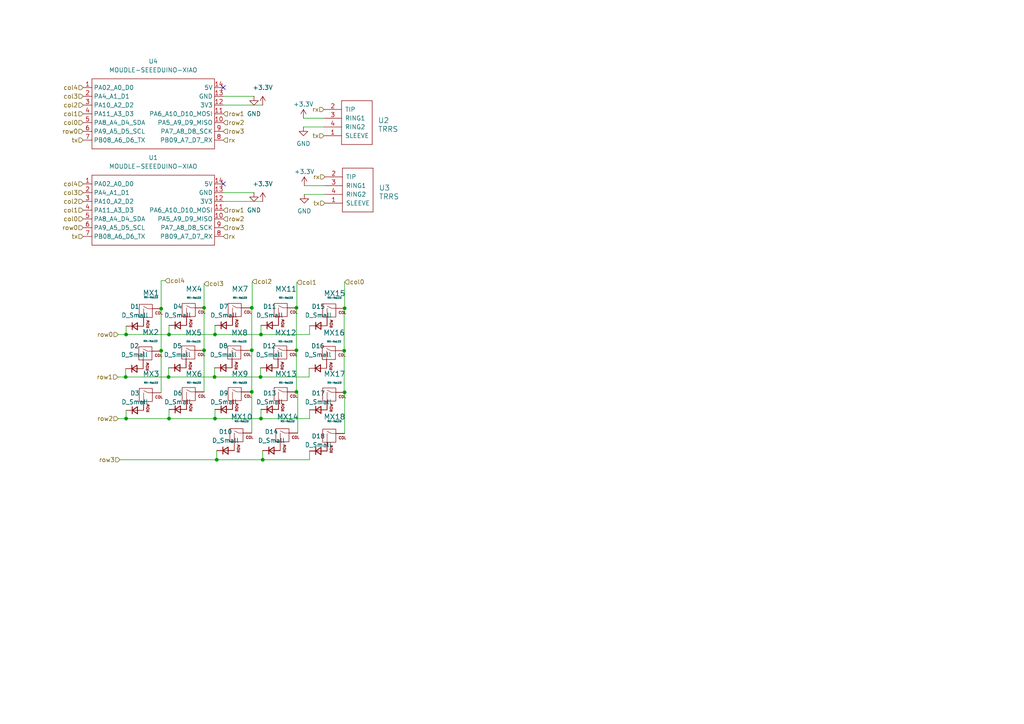
<source format=kicad_sch>
(kicad_sch (version 20231120) (generator "eeschema") (generator_version "8.0")
  (paper "A4")
  (lib_symbols
    (symbol "+3.3V_1" (power) (pin_numbers hide) (pin_names (offset 0) hide)
      (property "Value" "+3.3V" (at 0 3.556 0))
      (symbol "+3.3V_1_0_1"
        (polyline (pts (xy -0.762 1.27) (xy 0 2.54)))
        (polyline (pts (xy 0 0) (xy 0 2.54)))
        (polyline (pts (xy 0 2.54) (xy 0.762 1.27)))
      )
      (symbol "+3.3V_1_1_1"
        (pin power_in line (at 0 0 90) (length 0) (name "~") (number "1"))
      )
    )
    (symbol "Device:D_Small" (pin_numbers hide) (pin_names (offset 0.254) hide)
      (property "Reference" "D" (at -1.27 2.032 0))
      (property "Value" "D_Small" (at -3.81 -2.032 0))
      (symbol "D_Small_0_1"
        (polyline (pts (xy -0.762 -1.016) (xy -0.762 1.016)) (stroke (width 0.254)))
        (polyline (pts (xy -0.762 0) (xy 0.762 0)))
        (polyline (pts (xy 0.762 -1.016) (xy -0.762 0) (xy 0.762 1.016) (xy 0.762 -1.016)) (stroke (width 0.254)))
      )
      (symbol "D_Small_1_1"
        (pin passive line (at -2.54 0 0) (length 1.778) (name "K") (number "1"))
        (pin passive line (at 2.54 0 180) (length 1.778) (name "A") (number "2"))
      )
    )
    (symbol "GND_1" (power) (pin_numbers hide) (pin_names (offset 0) hide)
      (property "Value" "GND" (at 0 -3.81 0))
      (symbol "GND_1_0_1"
        (polyline (pts (xy 0 0) (xy 0 -1.27) (xy 1.27 -1.27) (xy 0 -2.54) (xy -1.27 -1.27) (xy 0 -1.27)))
      )
      (symbol "GND_1_1_1"
        (pin power_in line (at 0 0 270) (length 0) (name "~") (number "1"))
      )
    )
    (symbol "MOUDLE-SEEEDUINO-XIAO:MOUDLE-SEEEDUINO-XIAO"
      (property "Reference" "U" (at -16.51 11.43 0))
      (property "Value" "MOUDLE-SEEEDUINO-XIAO" (at -3.81 -11.43 0))
      (symbol "MOUDLE-SEEEDUINO-XIAO_0_1"
        (rectangle (start -16.51 10.16) (end 19.05 -10.16))
      )
      (symbol "MOUDLE-SEEEDUINO-XIAO_1_1"
        (pin passive line (at -19.05 7.62 0) (length 2.54) (name "PA02_A0_D0") (number "1"))
        (pin passive line (at 21.59 -2.54 180) (length 2.54) (name "PA5_A9_D9_MISO") (number "10"))
        (pin passive line (at 21.59 0 180) (length 2.54) (name "PA6_A10_D10_MOSI") (number "11"))
        (pin passive line (at 21.59 2.54 180) (length 2.54) (name "3V3") (number "12"))
        (pin passive line (at 21.59 5.08 180) (length 2.54) (name "GND") (number "13"))
        (pin passive line (at 21.59 7.62 180) (length 2.54) (name "5V") (number "14"))
        (pin passive line (at -19.05 5.08 0) (length 2.54) (name "PA4_A1_D1") (number "2"))
        (pin passive line (at -19.05 2.54 0) (length 2.54) (name "PA10_A2_D2") (number "3"))
        (pin passive line (at -19.05 0 0) (length 2.54) (name "PA11_A3_D3") (number "4"))
        (pin passive line (at -19.05 -2.54 0) (length 2.54) (name "PA8_A4_D4_SDA") (number "5"))
        (pin passive line (at -19.05 -5.08 0) (length 2.54) (name "PA9_A5_D5_SCL") (number "6"))
        (pin passive line (at -19.05 -7.62 0) (length 2.54) (name "PB08_A6_D6_TX") (number "7"))
        (pin passive line (at 21.59 -7.62 180) (length 2.54) (name "PB09_A7_D7_RX") (number "8"))
        (pin passive line (at 21.59 -5.08 180) (length 2.54) (name "PA7_A8_D8_SCK") (number "9"))
      )
    )
    (symbol "MX_Alps_Hybrid:MX-NoLED" (pin_names (offset 1.016))
      (property "Reference" "MX" (at -0.635 3.81 0))
      (property "Value" "MX-NoLED" (at -0.635 1.27 0))
      (symbol "MX-NoLED_0_0"
        (rectangle (start -2.54 2.54) (end 1.27 -1.27))
        (polyline (pts (xy -1.27 -1.27) (xy -1.27 1.27)) (stroke (width 0.127)))
        (polyline (pts (xy 1.27 1.27) (xy 0 1.27) (xy -1.27 1.905)) (stroke (width 0.127)))
        (text "COL" (at 3.175 0 0) (effects (font (size 0.762 0.762))))
        (text "ROW" (at 0 -1.905 900) (effects (font (size 0.762 0.762)) (justify right)))
      )
      (symbol "MX-NoLED_1_1"
        (pin passive line (at 3.81 1.27 180) (length 2.54) (name "COL") (number "1"))
        (pin passive line (at -1.27 -3.81 90) (length 2.54) (name "ROW") (number "2"))
      )
    )
    (symbol "power:+3.3V" (power) (pin_names (offset 0))
      (property "Value" "+3.3V" (at 0 3.556 0))
      (symbol "+3.3V_0_1"
        (polyline (pts (xy -0.762 1.27) (xy 0 2.54)))
        (polyline (pts (xy 0 0) (xy 0 2.54)))
        (polyline (pts (xy 0 2.54) (xy 0.762 1.27)))
      )
      (symbol "+3.3V_1_1"
        (pin power_in line (at 0 0 90) (length 0) hide (name "+3.3V") (number "1"))
      )
    )
    (symbol "power:GND" (power) (pin_names (offset 0))
      (property "Value" "GND" (at 0 -3.81 0))
      (symbol "GND_0_1"
        (polyline (pts (xy 0 0) (xy 0 -1.27) (xy 1.27 -1.27) (xy 0 -2.54) (xy -1.27 -1.27) (xy 0 -1.27)))
      )
      (symbol "GND_1_1"
        (pin power_in line (at 0 0 270) (length 0) hide (name "GND") (number "1"))
      )
    )
    (symbol "random_keyboard_parts:TRRS" (pin_names (offset 1.016))
      (property "Reference" "U" (at 0 15.24 0))
      (property "Value" "TRRS" (at 0 -2.54 0))
      (symbol "TRRS_0_1"
        (rectangle (start -3.81 0) (end -3.81 12.7))
        (rectangle (start -3.81 12.7) (end 5.08 12.7))
        (rectangle (start 5.08 0) (end -3.81 0))
        (rectangle (start 5.08 12.7) (end 5.08 0))
      )
      (symbol "TRRS_1_1"
        (pin input line (at -8.89 2.54 0) (length 5.08) (name "SLEEVE") (number "1"))
        (pin input line (at -8.89 10.16 0) (length 5.08) (name "TIP") (number "2"))
        (pin input line (at -8.89 7.62 0) (length 5.08) (name "RING1") (number "3"))
        (pin input line (at -8.89 5.08 0) (length 5.08) (name "RING2") (number "4"))
      )
    )
  )
  (junction (at 36.576 121.412))
  (junction (at 73.025 89.281))
  (junction (at 62.865 133.35))
  (junction (at 62.357 121.412))
  (junction (at 99.949 113.792))
  (junction (at 99.949 89.408))
  (junction (at 59.182 101.6))
  (junction (at 62.357 97.028))
  (junction (at 62.23 109.347))
  (junction (at 85.979 113.665))
  (junction (at 76.2 133.35))
  (junction (at 59.182 89.281))
  (junction (at 73.025 113.665))
  (junction (at 49.022 97.028))
  (junction (at 99.822 101.727))
  (junction (at 73.025 101.6))
  (junction (at 36.449 109.347))
  (junction (at 75.565 109.347))
  (junction (at 85.979 101.6))
  (junction (at 36.576 97.028))
  (junction (at 75.692 121.412))
  (junction (at 49.022 121.412))
  (junction (at 46.736 101.727))
  (junction (at 48.895 109.347))
  (junction (at 75.692 97.028))
  (junction (at 46.736 89.535))
  (junction (at 85.979 89.281))
  (no_connect (at 64.77 53.34))
  (no_connect (at 64.77 25.4))
  (wire (pts (xy 88.011 36.83) (xy 93.98 36.83)))
  (wire (pts (xy 36.576 97.028) (xy 36.576 94.615)))
  (wire (pts (xy 48.895 109.347) (xy 62.23 109.347)))
  (wire (pts (xy 62.357 118.745) (xy 62.357 121.412)))
  (wire (pts (xy 76.2 30.48) (xy 64.77 30.48)))
  (wire (pts (xy 36.576 97.028) (xy 49.022 97.028)))
  (wire (pts (xy 49.022 121.412) (xy 62.357 121.412)))
  (wire (pts (xy 85.979 89.281) (xy 85.979 101.6)))
  (wire (pts (xy 99.822 113.792) (xy 99.949 113.792)))
  (wire (pts (xy 85.979 113.665) (xy 85.979 101.6)))
  (wire (pts (xy 88.265 53.848) (xy 94.234 53.848)))
  (wire (pts (xy 75.692 94.361) (xy 75.692 97.028)))
  (wire (pts (xy 73.025 113.665) (xy 72.517 113.665)))
  (wire (pts (xy 75.692 121.412) (xy 89.789 121.412)))
  (wire (pts (xy 76.2 58.42) (xy 64.77 58.42)))
  (wire (pts (xy 46.609 101.854) (xy 46.609 101.727)))
  (wire (pts (xy 62.23 106.68) (xy 62.23 109.347)))
  (wire (pts (xy 62.23 109.347) (xy 75.565 109.347)))
  (wire (pts (xy 76.2 133.35) (xy 89.789 133.35)))
  (wire (pts (xy 72.39 101.6) (xy 73.025 101.6)))
  (wire (pts (xy 46.609 101.727) (xy 46.736 101.727)))
  (wire (pts (xy 88.011 34.29) (xy 93.98 34.29)))
  (wire (pts (xy 62.357 121.412) (xy 75.692 121.412)))
  (wire (pts (xy 62.357 97.028) (xy 75.692 97.028)))
  (wire (pts (xy 36.449 109.347) (xy 48.895 109.347)))
  (wire (pts (xy 46.736 89.535) (xy 46.736 101.727)))
  (wire (pts (xy 86.36 113.665) (xy 85.979 113.665)))
  (wire (pts (xy 75.692 118.745) (xy 75.692 121.412)))
  (wire (pts (xy 75.565 109.347) (xy 89.662 109.347)))
  (wire (pts (xy 49.022 94.361) (xy 49.022 97.028)))
  (wire (pts (xy 73.66 27.94) (xy 64.77 27.94)))
  (wire (pts (xy 76.2 130.683) (xy 76.2 133.35)))
  (wire (pts (xy 47.879 81.407) (xy 46.736 81.407)))
  (wire (pts (xy 85.979 101.6) (xy 85.725 101.6)))
  (wire (pts (xy 99.949 81.788) (xy 99.949 89.408)))
  (wire (pts (xy 85.852 89.281) (xy 85.979 89.281)))
  (wire (pts (xy 73.025 101.6) (xy 73.025 89.281)))
  (wire (pts (xy 36.449 109.347) (xy 36.449 106.934)))
  (wire (pts (xy 99.822 101.727) (xy 99.822 113.792)))
  (wire (pts (xy 62.865 130.683) (xy 62.865 133.35)))
  (wire (pts (xy 48.895 106.68) (xy 48.895 109.347)))
  (wire (pts (xy 85.979 113.665) (xy 85.852 113.665)))
  (wire (pts (xy 86.36 125.603) (xy 86.36 113.665)))
  (wire (pts (xy 73.025 125.603) (xy 73.025 113.665)))
  (wire (pts (xy 89.662 106.807) (xy 89.662 109.347)))
  (wire (pts (xy 89.789 94.488) (xy 89.789 97.028)))
  (wire (pts (xy 49.022 97.028) (xy 62.357 97.028)))
  (wire (pts (xy 62.357 94.361) (xy 62.357 97.028)))
  (wire (pts (xy 73.152 81.661) (xy 73.152 89.281)))
  (wire (pts (xy 73.025 113.665) (xy 73.025 101.6)))
  (wire (pts (xy 86.106 81.915) (xy 86.106 89.281)))
  (wire (pts (xy 89.789 130.81) (xy 89.789 133.35)))
  (wire (pts (xy 34.163 109.347) (xy 36.449 109.347)))
  (wire (pts (xy 99.949 125.73) (xy 99.949 113.792)))
  (wire (pts (xy 59.055 101.6) (xy 59.182 101.6)))
  (wire (pts (xy 34.29 97.028) (xy 36.576 97.028)))
  (wire (pts (xy 49.022 118.745) (xy 49.022 121.412)))
  (wire (pts (xy 46.736 81.407) (xy 46.736 89.535)))
  (wire (pts (xy 99.822 89.408) (xy 99.822 101.727)))
  (wire (pts (xy 46.736 101.727) (xy 46.736 113.919)))
  (wire (pts (xy 59.182 89.281) (xy 59.182 101.6)))
  (wire (pts (xy 59.182 101.6) (xy 59.182 113.665)))
  (wire (pts (xy 75.565 106.68) (xy 75.565 109.347)))
  (wire (pts (xy 73.152 89.281) (xy 73.025 89.281)))
  (wire (pts (xy 72.517 89.281) (xy 73.025 89.281)))
  (wire (pts (xy 73.66 55.88) (xy 64.77 55.88)))
  (wire (pts (xy 59.182 82.296) (xy 59.182 89.281)))
  (wire (pts (xy 36.576 121.412) (xy 49.022 121.412)))
  (wire (pts (xy 99.949 89.408) (xy 99.822 89.408)))
  (wire (pts (xy 75.692 97.028) (xy 89.789 97.028)))
  (wire (pts (xy 88.265 56.388) (xy 94.234 56.388)))
  (wire (pts (xy 34.798 133.35) (xy 62.865 133.35)))
  (wire (pts (xy 34.29 121.412) (xy 36.576 121.412)))
  (wire (pts (xy 89.789 118.872) (xy 89.789 121.412)))
  (wire (pts (xy 62.865 133.35) (xy 76.2 133.35)))
  (wire (pts (xy 86.106 89.281) (xy 85.979 89.281)))
  (wire (pts (xy 36.576 121.412) (xy 36.576 118.999)))
  (hierarchical_label "tx" (shape input) (at 93.98 39.37 180))
  (hierarchical_label "col4" (shape input) (at 24.13 25.4 180))
  (hierarchical_label "row3" (shape input) (at 64.77 38.1 0))
  (hierarchical_label "col2" (shape input) (at 24.13 58.42 180))
  (hierarchical_label "col2" (shape input) (at 73.152 81.661 0))
  (hierarchical_label "row3" (shape input) (at 64.77 66.04 0))
  (hierarchical_label "col3" (shape input) (at 24.13 55.88 180))
  (hierarchical_label "col1" (shape input) (at 24.13 60.96 180))
  (hierarchical_label "rx" (shape input) (at 94.234 51.308 180))
  (hierarchical_label "col3" (shape input) (at 24.13 27.94 180))
  (hierarchical_label "col4" (shape input) (at 47.879 81.407 0))
  (hierarchical_label "tx" (shape input) (at 24.13 68.58 180))
  (hierarchical_label "tx" (shape input) (at 94.234 58.928 180))
  (hierarchical_label "row0" (shape input) (at 24.13 38.1 180))
  (hierarchical_label "col0" (shape input) (at 24.13 35.56 180))
  (hierarchical_label "col1" (shape input) (at 86.106 81.915 0))
  (hierarchical_label "tx" (shape input) (at 24.13 40.64 180))
  (hierarchical_label "row1" (shape input) (at 64.77 33.02 0))
  (hierarchical_label "row2" (shape input) (at 34.29 121.412 180))
  (hierarchical_label "row2" (shape input) (at 64.77 63.5 0))
  (hierarchical_label "col0" (shape input) (at 99.949 81.788 0))
  (hierarchical_label "col2" (shape input) (at 24.13 30.48 180))
  (hierarchical_label "row1" (shape input) (at 64.77 60.96 0))
  (hierarchical_label "row0" (shape input) (at 34.29 97.028 180))
  (hierarchical_label "row1" (shape input) (at 34.163 109.347 180))
  (hierarchical_label "rx" (shape input) (at 64.77 68.58 0))
  (hierarchical_label "row3" (shape input) (at 34.798 133.35 180))
  (hierarchical_label "row2" (shape input) (at 64.77 35.56 0))
  (hierarchical_label "col4" (shape input) (at 24.13 53.34 180))
  (hierarchical_label "col0" (shape input) (at 24.13 63.5 180))
  (hierarchical_label "col1" (shape input) (at 24.13 33.02 180))
  (hierarchical_label "row0" (shape input) (at 24.13 66.04 180))
  (hierarchical_label "rx" (shape input) (at 93.98 31.75 180))
  (hierarchical_label "col3" (shape input) (at 59.182 82.296 0))
  (hierarchical_label "rx" (shape input) (at 64.77 40.64 0))
  (symbol (lib_name "+3.3V_1") (lib_id "power:+3.3V") (at 76.2 30.48 0) (unit 1)
    (property "Reference" "#PWR08" (effects (hide yes)))
    (property "Value" "+3.3V" (at 76.2 25.4 0))
    (property "Description" "Power symbol creates a global label with name \"+3.3V\"" (effects (hide yes)))
  )
  (symbol (lib_id "Device:D_Small") (at 64.77 106.68 0) (unit 1)
    (property "Reference" "D8" (at 64.77 100.33 0))
    (property "Value" "D_Small" (at 64.77 102.87 0))
    (property "Footprint" "Keebio-Parts:Diode" (effects (hide yes)))
    (property "Sim.Device" "D" (effects (hide yes)))
    (property "Sim.Pins" "1=K 2=A" (effects (hide yes)))
  )
  (symbol (lib_id "MX_Alps_Hybrid:MX-NoLED") (at 82.042 114.935 0) (unit 1)
    (property "Reference" "MX13" (at 82.9252 108.458 0) (effects (font (size 1.524 1.524))))
    (property "Value" "MX-NoLED" (at 82.9252 110.998 0) (effects (font (size 0.508 0.508))))
    (property "Footprint" "keyswitches:Kailh_socket_MX_reversible" (effects (hide yes)))
  )
  (symbol (lib_id "MX_Alps_Hybrid:MX-NoLED") (at 55.372 90.551 0) (unit 1)
    (property "Reference" "MX4" (at 56.2672 83.82 0) (effects (font (size 1.524 1.524))))
    (property "Value" "MX-NoLED" (at 56.2672 86.36 0) (effects (font (size 0.508 0.508))))
    (property "Footprint" "keyswitches:Kailh_socket_MX_reversible" (effects (hide yes)))
  )
  (symbol (lib_id "MX_Alps_Hybrid:MX-NoLED") (at 42.926 115.189 0) (unit 1)
    (property "Reference" "MX3" (at 43.8092 108.458 0) (effects (font (size 1.524 1.524))))
    (property "Value" "MX-NoLED" (at 43.8092 110.998 0) (effects (font (size 0.508 0.508))))
    (property "Footprint" "keyswitches:Kailh_socket_MX_reversible" (effects (hide yes)))
  )
  (symbol (lib_id "power:+3.3V") (at 88.011 34.29 0) (unit 1)
    (property "Reference" "#PWR01" (effects (hide yes)))
    (property "Value" "+3.3V" (at 88.011 30.226 0))
  )
  (symbol (lib_id "MX_Alps_Hybrid:MX-NoLED") (at 82.042 90.551 0) (unit 1)
    (property "Reference" "MX11" (at 82.9372 83.82 0) (effects (font (size 1.524 1.524))))
    (property "Value" "MX-NoLED" (at 82.9372 86.36 0) (effects (font (size 0.508 0.508))))
    (property "Footprint" "keyswitches:Kailh_socket_MX_reversible" (effects (hide yes)))
  )
  (symbol (lib_id "Device:D_Small") (at 51.562 94.361 0) (unit 1)
    (property "Reference" "D4" (at 51.562 88.9 0))
    (property "Value" "D_Small" (at 51.562 91.44 0))
    (property "Footprint" "Keebio-Parts:Diode" (effects (hide yes)))
    (property "Sim.Device" "D" (effects (hide yes)))
    (property "Sim.Pins" "1=K 2=A" (effects (hide yes)))
  )
  (symbol (lib_id "Device:D_Small") (at 78.105 106.68 0) (unit 1)
    (property "Reference" "D12" (at 78.105 100.33 0))
    (property "Value" "D_Small" (at 78.105 102.87 0))
    (property "Footprint" "Keebio-Parts:Diode" (effects (hide yes)))
    (property "Sim.Device" "D" (effects (hide yes)))
    (property "Sim.Pins" "1=K 2=A" (effects (hide yes)))
  )
  (symbol (lib_id "MX_Alps_Hybrid:MX-NoLED") (at 42.926 90.805 0) (unit 1)
    (property "Reference" "MX1" (at 43.8092 84.963 0) (effects (font (size 1.524 1.524))))
    (property "Value" "MX-NoLED" (at 43.8092 86.233 0) (effects (font (size 0.508 0.508))))
    (property "Footprint" "keyswitches:Kailh_socket_MX_reversible" (effects (hide yes)))
  )
  (symbol (lib_id "power:GND") (at 88.265 56.388 0) (unit 1)
    (property "Reference" "#PWR04" (effects (hide yes)))
    (property "Value" "GND" (at 88.265 61.214 0))
  )
  (symbol (lib_id "MX_Alps_Hybrid:MX-NoLED") (at 42.799 103.124 0) (unit 1)
    (property "Reference" "MX2" (at 43.6822 96.393 0) (effects (font (size 1.524 1.524))))
    (property "Value" "MX-NoLED" (at 43.6822 98.933 0) (effects (font (size 0.508 0.508))))
    (property "Footprint" "keyswitches:Kailh_socket_MX_reversible" (effects (hide yes)))
  )
  (symbol (lib_id "power:GND") (at 88.011 36.83 0) (unit 1)
    (property "Reference" "#PWR02" (effects (hide yes)))
    (property "Value" "GND" (at 88.011 41.656 0))
  )
  (symbol (lib_id "Device:D_Small") (at 78.232 118.745 0) (unit 1)
    (property "Reference" "D13" (at 78.232 114.046 0))
    (property "Value" "D_Small" (at 78.232 116.586 0))
    (property "Footprint" "Keebio-Parts:Diode" (effects (hide yes)))
    (property "Sim.Device" "D" (effects (hide yes)))
    (property "Sim.Pins" "1=K 2=A" (effects (hide yes)))
  )
  (symbol (lib_id "Device:D_Small") (at 51.435 106.68 0) (unit 1)
    (property "Reference" "D5" (at 51.435 100.33 0))
    (property "Value" "D_Small" (at 51.435 102.87 0))
    (property "Footprint" "Keebio-Parts:Diode" (effects (hide yes)))
    (property "Sim.Device" "D" (effects (hide yes)))
    (property "Sim.Pins" "1=K 2=A" (effects (hide yes)))
  )
  (symbol (lib_id "MX_Alps_Hybrid:MX-NoLED") (at 96.139 90.678 0) (unit 1)
    (property "Reference" "MX15" (at 97.0342 85.09 0) (effects (font (size 1.524 1.524))))
    (property "Value" "MX-NoLED" (at 97.0342 86.36 0) (effects (font (size 0.508 0.508))))
    (property "Footprint" "keyswitches:Kailh_socket_MX_reversible" (effects (hide yes)))
  )
  (symbol (lib_id "MX_Alps_Hybrid:MX-NoLED") (at 81.915 102.87 0) (unit 1)
    (property "Reference" "MX12" (at 82.8102 96.52 0) (effects (font (size 1.524 1.524))))
    (property "Value" "MX-NoLED" (at 82.8102 99.06 0) (effects (font (size 0.508 0.508))))
    (property "Footprint" "keyswitches:Kailh_socket_MX_reversible" (effects (hide yes)))
  )
  (symbol (lib_id "Device:D_Small") (at 65.405 130.683 0) (unit 1)
    (property "Reference" "D10" (at 65.405 125.222 0))
    (property "Value" "D_Small" (at 65.405 127.762 0))
    (property "Footprint" "Keebio-Parts:Diode" (effects (hide yes)))
    (property "Sim.Device" "D" (effects (hide yes)))
    (property "Sim.Pins" "1=K 2=A" (effects (hide yes)))
  )
  (symbol (lib_id "Device:D_Small") (at 92.202 106.807 0) (unit 1)
    (property "Reference" "D16" (at 92.202 100.33 0))
    (property "Value" "D_Small" (at 92.202 102.87 0))
    (property "Footprint" "Keebio-Parts:Diode" (effects (hide yes)))
    (property "Sim.Device" "D" (effects (hide yes)))
    (property "Sim.Pins" "1=K 2=A" (effects (hide yes)))
  )
  (symbol (lib_id "MX_Alps_Hybrid:MX-NoLED") (at 55.245 102.87 0) (unit 1)
    (property "Reference" "MX5" (at 56.1402 96.52 0) (effects (font (size 1.524 1.524))))
    (property "Value" "MX-NoLED" (at 56.1402 99.06 0) (effects (font (size 0.508 0.508))))
    (property "Footprint" "keyswitches:Kailh_socket_MX_reversible" (effects (hide yes)))
  )
  (symbol (lib_id "Device:D_Small") (at 64.897 118.745 0) (unit 1)
    (property "Reference" "D9" (at 64.897 114.046 0))
    (property "Value" "D_Small" (at 64.897 116.586 0))
    (property "Footprint" "Keebio-Parts:Diode" (effects (hide yes)))
    (property "Sim.Device" "D" (effects (hide yes)))
    (property "Sim.Pins" "1=K 2=A" (effects (hide yes)))
  )
  (symbol (lib_id "Device:D_Small") (at 64.897 94.361 0) (unit 1)
    (property "Reference" "D7" (at 64.897 88.9 0))
    (property "Value" "D_Small" (at 64.897 91.44 0))
    (property "Footprint" "Keebio-Parts:Diode" (effects (hide yes)))
    (property "Sim.Device" "D" (effects (hide yes)))
    (property "Sim.Pins" "1=K 2=A" (effects (hide yes)))
  )
  (symbol (lib_id "Device:D_Small") (at 78.232 94.361 0) (unit 1)
    (property "Reference" "D11" (at 78.232 88.9 0))
    (property "Value" "D_Small" (at 78.232 91.44 0))
    (property "Footprint" "Keebio-Parts:Diode" (effects (hide yes)))
    (property "Sim.Device" "D" (effects (hide yes)))
    (property "Sim.Pins" "1=K 2=A" (effects (hide yes)))
  )
  (symbol (lib_id "Device:D_Small") (at 51.562 118.745 0) (unit 1)
    (property "Reference" "D6" (at 51.562 114.046 0))
    (property "Value" "D_Small" (at 51.562 116.586 0))
    (property "Footprint" "Keebio-Parts:Diode" (effects (hide yes)))
    (property "Sim.Device" "D" (effects (hide yes)))
    (property "Sim.Pins" "1=K 2=A" (effects (hide yes)))
  )
  (symbol (lib_id "Device:D_Small") (at 39.116 94.615 0) (unit 1)
    (property "Reference" "D1" (at 39.116 88.9 0))
    (property "Value" "D_Small" (at 39.116 91.44 0))
    (property "Footprint" "Keebio-Parts:Diode" (effects (hide yes)))
    (property "Sim.Device" "D" (effects (hide yes)))
    (property "Sim.Pins" "1=K 2=A" (effects (hide yes)))
  )
  (symbol (lib_name "+3.3V_1") (lib_id "power:+3.3V") (at 76.2 58.42 0) (unit 1)
    (property "Reference" "#PWR05" (effects (hide yes)))
    (property "Value" "+3.3V" (at 76.2 53.34 0))
    (property "Description" "Power symbol creates a global label with name \"+3.3V\"" (effects (hide yes)))
  )
  (symbol (lib_id "MOUDLE-SEEEDUINO-XIAO:MOUDLE-SEEEDUINO-XIAO") (at 43.18 60.96 0) (unit 1)
    (property "Reference" "U1" (at 44.45 45.72 0))
    (property "Value" "MOUDLE-SEEEDUINO-XIAO" (at 44.45 48.26 0))
    (property "Footprint" "XIAO_PCB:MOUDLE14P-SMD-2.54-21X17.8MM" (effects (hide yes)))
  )
  (symbol (lib_id "Device:D_Small") (at 39.116 118.999 0) (unit 1)
    (property "Reference" "D3" (at 39.116 114.046 0))
    (property "Value" "D_Small" (at 39.116 116.586 0))
    (property "Footprint" "Keebio-Parts:Diode" (effects (hide yes)))
    (property "Sim.Device" "D" (effects (hide yes)))
    (property "Sim.Pins" "1=K 2=A" (effects (hide yes)))
  )
  (symbol (lib_id "Device:D_Small") (at 78.74 130.683 0) (unit 1)
    (property "Reference" "D14" (at 78.74 125.222 0))
    (property "Value" "D_Small" (at 78.74 127.762 0))
    (property "Footprint" "Keebio-Parts:Diode" (effects (hide yes)))
    (property "Sim.Device" "D" (effects (hide yes)))
    (property "Sim.Pins" "1=K 2=A" (effects (hide yes)))
  )
  (symbol (lib_id "MX_Alps_Hybrid:MX-NoLED") (at 96.139 115.062 0) (unit 1)
    (property "Reference" "MX17" (at 97.0222 108.458 0) (effects (font (size 1.524 1.524))))
    (property "Value" "MX-NoLED" (at 97.0222 110.998 0) (effects (font (size 0.508 0.508))))
    (property "Footprint" "keyswitches:Kailh_socket_MX_reversible" (effects (hide yes)))
  )
  (symbol (lib_id "Device:D_Small") (at 38.989 106.934 0) (unit 1)
    (property "Reference" "D2" (at 38.989 100.33 0))
    (property "Value" "D_Small" (at 38.989 102.87 0))
    (property "Footprint" "Keebio-Parts:Diode" (effects (hide yes)))
    (property "Sim.Device" "D" (effects (hide yes)))
    (property "Sim.Pins" "1=K 2=A" (effects (hide yes)))
  )
  (symbol (lib_id "MOUDLE-SEEEDUINO-XIAO:MOUDLE-SEEEDUINO-XIAO") (at 43.18 33.02 0) (unit 1)
    (property "Reference" "U4" (at 44.45 17.78 0))
    (property "Value" "MOUDLE-SEEEDUINO-XIAO" (at 44.45 20.32 0))
    (property "Footprint" "XIAO_PCB:MOUDLE14P-SMD-2.54-21X17.8MM" (effects (hide yes)))
  )
  (symbol (lib_id "power:+3.3V") (at 88.265 53.848 0) (unit 1)
    (property "Reference" "#PWR03" (effects (hide yes)))
    (property "Value" "+3.3V" (at 88.265 49.784 0))
  )
  (symbol (lib_id "MX_Alps_Hybrid:MX-NoLED") (at 68.707 90.551 0) (unit 1)
    (property "Reference" "MX7" (at 69.6022 83.82 0) (effects (font (size 1.524 1.524))))
    (property "Value" "MX-NoLED" (at 69.6022 86.36 0) (effects (font (size 0.508 0.508))))
    (property "Footprint" "keyswitches:Kailh_socket_MX_reversible" (effects (hide yes)))
  )
  (symbol (lib_id "MX_Alps_Hybrid:MX-NoLED") (at 68.707 114.935 0) (unit 1)
    (property "Reference" "MX9" (at 69.5902 108.458 0) (effects (font (size 1.524 1.524))))
    (property "Value" "MX-NoLED" (at 69.5902 110.998 0) (effects (font (size 0.508 0.508))))
    (property "Footprint" "keyswitches:Kailh_socket_MX_reversible" (effects (hide yes)))
  )
  (symbol (lib_id "random_keyboard_parts:TRRS") (at 103.124 61.468 0) (unit 1)
    (property "Reference" "U3" (at 109.855 54.483 0) (effects (font (size 1.524 1.524)) (justify left)))
    (property "Value" "TRRS" (at 109.855 57.023 0) (effects (font (size 1.524 1.524)) (justify left)))
    (property "Footprint" "Keebio-Parts:TRRS-PJ-320D" (effects (hide yes)))
  )
  (symbol (lib_id "Device:D_Small") (at 92.329 94.488 0) (unit 1)
    (property "Reference" "D15" (at 92.329 88.9 0))
    (property "Value" "D_Small" (at 92.329 91.44 0))
    (property "Footprint" "Keebio-Parts:Diode" (effects (hide yes)))
    (property "Sim.Device" "D" (effects (hide yes)))
    (property "Sim.Pins" "1=K 2=A" (effects (hide yes)))
  )
  (symbol (lib_name "GND_1") (lib_id "power:GND") (at 73.66 55.88 0) (unit 1)
    (property "Reference" "#PWR06" (effects (hide yes)))
    (property "Value" "GND" (at 73.66 60.96 0))
    (property "Description" "Power symbol creates a global label with name \"GND\" , ground" (effects (hide yes)))
  )
  (symbol (lib_id "MX_Alps_Hybrid:MX-NoLED") (at 68.58 102.87 0) (unit 1)
    (property "Reference" "MX8" (at 69.4752 96.52 0) (effects (font (size 1.524 1.524))))
    (property "Value" "MX-NoLED" (at 69.4752 99.06 0) (effects (font (size 0.508 0.508))))
    (property "Footprint" "keyswitches:Kailh_socket_MX_reversible" (effects (hide yes)))
  )
  (symbol (lib_id "MX_Alps_Hybrid:MX-NoLED") (at 82.55 126.873 0) (unit 1)
    (property "Reference" "MX14" (at 83.4332 120.904 0) (effects (font (size 1.524 1.524))))
    (property "Value" "MX-NoLED" (at 83.4332 122.174 0) (effects (font (size 0.508 0.508))))
    (property "Footprint" "keyswitches:Kailh_socket_MX_reversible" (effects (hide yes)))
  )
  (symbol (lib_id "MX_Alps_Hybrid:MX-NoLED") (at 55.372 114.935 0) (unit 1)
    (property "Reference" "MX6" (at 56.2552 108.458 0) (effects (font (size 1.524 1.524))))
    (property "Value" "MX-NoLED" (at 56.2552 110.998 0) (effects (font (size 0.508 0.508))))
    (property "Footprint" "keyswitches:Kailh_socket_MX_reversible" (effects (hide yes)))
  )
  (symbol (lib_id "Device:D_Small") (at 92.329 118.872 0) (unit 1)
    (property "Reference" "D17" (at 92.329 114.046 0))
    (property "Value" "D_Small" (at 92.329 116.586 0))
    (property "Footprint" "Keebio-Parts:Diode" (effects (hide yes)))
    (property "Sim.Device" "D" (effects (hide yes)))
    (property "Sim.Pins" "1=K 2=A" (effects (hide yes)))
  )
  (symbol (lib_id "MX_Alps_Hybrid:MX-NoLED") (at 96.012 102.997 0) (unit 1)
    (property "Reference" "MX16" (at 96.9072 96.52 0) (effects (font (size 1.524 1.524))))
    (property "Value" "MX-NoLED" (at 96.9072 99.06 0) (effects (font (size 0.508 0.508))))
    (property "Footprint" "keyswitches:Kailh_socket_MX_reversible" (effects (hide yes)))
  )
  (symbol (lib_id "random_keyboard_parts:TRRS") (at 102.87 41.91 0) (unit 1)
    (property "Reference" "U2" (at 109.601 34.925 0) (effects (font (size 1.524 1.524)) (justify left)))
    (property "Value" "TRRS" (at 109.601 37.465 0) (effects (font (size 1.524 1.524)) (justify left)))
    (property "Footprint" "Keebio-Parts:TRRS-PJ-320D" (effects (hide yes)))
  )
  (symbol (lib_id "MX_Alps_Hybrid:MX-NoLED") (at 96.139 127 0) (unit 1)
    (property "Reference" "MX18" (at 97.0222 120.904 0) (effects (font (size 1.524 1.524))))
    (property "Value" "MX-NoLED" (at 97.0222 122.174 0) (effects (font (size 0.508 0.508))))
    (property "Footprint" "keyswitches:Kailh_socket_MX_reversible" (effects (hide yes)))
  )
  (symbol (lib_name "GND_1") (lib_id "power:GND") (at 73.66 27.94 0) (unit 1)
    (property "Reference" "#PWR07" (effects (hide yes)))
    (property "Value" "GND" (at 73.66 33.02 0))
    (property "Description" "Power symbol creates a global label with name \"GND\" , ground" (effects (hide yes)))
  )
  (symbol (lib_id "MX_Alps_Hybrid:MX-NoLED") (at 69.215 126.873 0) (unit 1)
    (property "Reference" "MX10" (at 70.0982 120.904 0) (effects (font (size 1.524 1.524))))
    (property "Value" "MX-NoLED" (at 70.0982 122.174 0) (effects (font (size 0.508 0.508))))
    (property "Footprint" "keyswitches:Kailh_socket_MX_reversible" (effects (hide yes)))
  )
  (symbol (lib_id "Device:D_Small") (at 92.329 130.81 0) (unit 1)
    (property "Reference" "D18" (at 92.329 126.492 0))
    (property "Value" "D_Small" (at 92.329 129.032 0))
    (property "Footprint" "Keebio-Parts:Diode" (effects (hide yes)))
    (property "Sim.Device" "D" (effects (hide yes)))
    (property "Sim.Pins" "1=K 2=A" (effects (hide yes)))
  )
)
</source>
